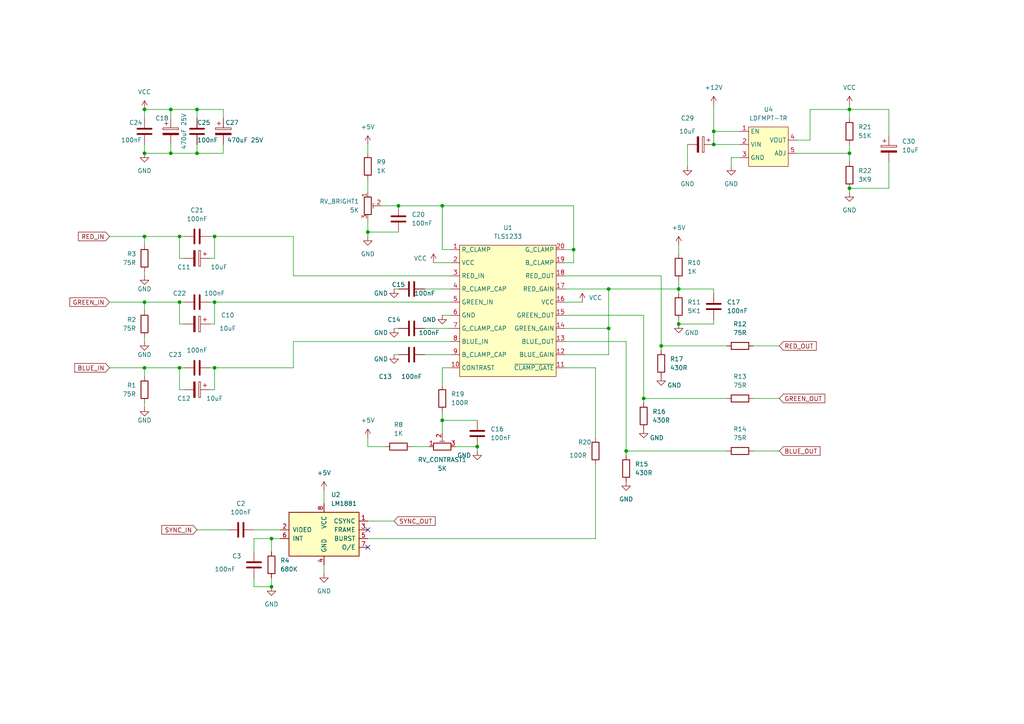
<source format=kicad_sch>
(kicad_sch (version 20211123) (generator eeschema)
  (paper "A4")
  (title_block (title "Jammacon") (date "2022-02-24") (rev "2.2") (company "Shane Kiely"))
  (lib_symbols
    (symbol "Amplifier_Video:TLS1233"
      (property "Reference" "U" (at 7.62 -20.32 0))
      (property "Value" "TLS1233" (at 7.62 8.89 0))
      (symbol "TLS1233_0_1"
        (rectangle (start -5.08 7.62) (end 22.86 -30.48) (fill (type background)))
      )
      (symbol "TLS1233_1_1"
        (pin input line (at -7.62 6.35 0) (length 2.54) (name "R_CLAMP") (number "1"))
        (pin input line (at -7.62 -27.94 0) (length 2.54) (name "CONTRAST") (number "10"))
        (pin input line (at 25.4 -27.94 180) (length 2.54) (name "~{CLAMP_GATE}") (number "11"))
        (pin input line (at 25.4 -24.13 180) (length 2.54) (name "BLUE_GAIN") (number "12"))
        (pin output line (at 25.4 -20.32 180) (length 2.54) (name "BLUE_OUT") (number "13"))
        (pin input line (at 25.4 -16.51 180) (length 2.54) (name "GREEN_GAIN") (number "14"))
        (pin output line (at 25.4 -12.7 180) (length 2.54) (name "GREEN_OUT") (number "15"))
        (pin power_in line (at 25.4 -8.89 180) (length 2.54) (name "VCC") (number "16"))
        (pin input line (at 25.4 -5.08 180) (length 2.54) (name "RED_GAIN") (number "17"))
        (pin output line (at 25.4 -1.27 180) (length 2.54) (name "RED_OUT") (number "18"))
        (pin input line (at 25.4 2.54 180) (length 2.54) (name "B_CLAMP") (number "19"))
        (pin power_in line (at -7.62 2.54 0) (length 2.54) (name "VCC") (number "2"))
        (pin input line (at 25.4 6.35 180) (length 2.54) (name "G_CLAMP") (number "20"))
        (pin input line (at -7.62 -1.27 0) (length 2.54) (name "RED_IN") (number "3"))
        (pin input line (at -7.62 -5.08 0) (length 2.54) (name "R_CLAMP_CAP") (number "4"))
        (pin input line (at -7.62 -8.89 0) (length 2.54) (name "GREEN_IN") (number "5"))
        (pin power_in line (at -7.62 -12.7 0) (length 2.54) (name "GND") (number "6"))
        (pin input line (at -7.62 -16.51 0) (length 2.54) (name "G_CLAMP_CAP") (number "7"))
        (pin input line (at -7.62 -20.32 0) (length 2.54) (name "BLUE_IN") (number "8"))
        (pin input line (at -7.62 -24.13 0) (length 2.54) (name "B_CLAMP_CAP") (number "9"))
      )
    )
    (symbol "Device:C" (pin_numbers hide) (pin_names (offset 0.254))
      (property "Reference" "C" (at 0.635 2.54 0))
      (property "Value" "C" (at 0.635 -2.54 0))
      (symbol "C_0_1"
        (polyline (pts (xy -2.032 -0.762) (xy 2.032 -0.762)) (stroke (width 0.508)))
        (polyline (pts (xy -2.032 0.762) (xy 2.032 0.762)) (stroke (width 0.508)))
      )
      (symbol "C_1_1"
        (pin passive line (at 0 3.81 270) (length 2.794) (name "~") (number "1"))
        (pin passive line (at 0 -3.81 90) (length 2.794) (name "~") (number "2"))
      )
    )
    (symbol "Device:C_Polarized" (pin_numbers hide) (pin_names (offset 0.254))
      (property "Reference" "C" (at 0.635 2.54 0))
      (property "Value" "C_Polarized" (at 0.635 -2.54 0))
      (symbol "C_Polarized_0_1"
        (rectangle (start -2.286 0.508) (end 2.286 1.016))
        (polyline (pts (xy -1.778 2.286) (xy -0.762 2.286)))
        (polyline (pts (xy -1.27 2.794) (xy -1.27 1.778)))
        (rectangle (start 2.286 -0.508) (end -2.286 -1.016) (fill (type outline)))
      )
      (symbol "C_Polarized_1_1"
        (pin passive line (at 0 3.81 270) (length 2.794) (name "~") (number "1"))
        (pin passive line (at 0 -3.81 90) (length 2.794) (name "~") (number "2"))
      )
    )
    (symbol "Device:R" (pin_numbers hide) (pin_names (offset 0))
      (property "Reference" "R" (at 2.032 0 90))
      (property "Value" "R" (at 0 0 90))
      (symbol "R_0_1"
        (rectangle (start -1.016 -2.54) (end 1.016 2.54) (stroke (width 0.254)))
      )
      (symbol "R_1_1"
        (pin passive line (at 0 3.81 270) (length 1.27) (name "~") (number "1"))
        (pin passive line (at 0 -3.81 90) (length 1.27) (name "~") (number "2"))
      )
    )
    (symbol "Device:R_Potentiometer_Trim" (pin_names (offset 1.016) hide)
      (property "Reference" "RV" (at -4.445 0 90))
      (property "Value" "R_Potentiometer_Trim" (at -2.54 0 90))
      (symbol "R_Potentiometer_Trim_0_1"
        (polyline (pts (xy 1.524 0.762) (xy 1.524 -0.762)))
        (polyline (pts (xy 2.54 0) (xy 1.524 0)))
        (rectangle (start 1.016 2.54) (end -1.016 -2.54) (stroke (width 0.254)))
      )
      (symbol "R_Potentiometer_Trim_1_1"
        (pin passive line (at 0 3.81 270) (length 1.27) (name "1") (number "1"))
        (pin passive line (at 3.81 0 180) (length 1.27) (name "2") (number "2"))
        (pin passive line (at 0 -3.81 90) (length 1.27) (name "3") (number "3"))
      )
    )
    (symbol "Regulator_Linear:LDFMPT-TR"
      (property "Reference" "U" (at -1.27 -11.43 0))
      (property "Value" "LDFMPT-TR" (at 0 2.54 0))
      (symbol "LDFMPT-TR_0_1"
        (rectangle (start -6.35 1.27) (end 5.08 -10.16) (fill (type background)))
      )
      (symbol "LDFMPT-TR_1_1"
        (pin input line (at -8.89 0 0) (length 2.54) (name "EN") (number "1"))
        (pin power_in line (at -8.89 -3.81 0) (length 2.54) (name "VIN") (number "2"))
        (pin power_in line (at -8.89 -7.62 0) (length 2.54) (name "GND") (number "3"))
        (pin power_out line (at 7.62 -2.54 180) (length 2.54) (name "VOUT") (number "4"))
        (pin input line (at 7.62 -6.35 180) (length 2.54) (name "ADJ") (number "5"))
      )
    )
    (symbol "Video:LM1881" (pin_names (offset 1.016))
      (property "Reference" "U" (at -8.89 8.89 0))
      (property "Value" "LM1881" (at 6.35 8.89 0))
      (symbol "LM1881_0_1"
        (rectangle (start -10.16 7.62) (end 10.16 -5.08) (stroke (width 0.254)) (fill (type background)))
      )
      (symbol "LM1881_1_1"
        (pin output line (at 12.7 5.08 180) (length 2.54) (name "CSYNC") (number "1"))
        (pin input line (at -12.7 2.54 0) (length 2.54) (name "VIDEO") (number "2"))
        (pin output line (at 12.7 2.54 180) (length 2.54) (name "FRAME") (number "3"))
        (pin power_in line (at 0 -7.62 90) (length 2.54) (name "GND") (number "4"))
        (pin output line (at 12.7 0 180) (length 2.54) (name "BURST") (number "5"))
        (pin input line (at -12.7 0 0) (length 2.54) (name "INT") (number "6"))
        (pin output line (at 12.7 -2.54 180) (length 2.54) (name "O/E") (number "7"))
        (pin power_in line (at 0 10.16 270) (length 2.54) (name "VCC") (number "8"))
      )
    )
    (symbol "power:+12V" (power) (pin_names (offset 0))
      (property "Value" "+12V" (at 0 3.556 0))
      (symbol "+12V_0_1"
        (polyline (pts (xy -0.762 1.27) (xy 0 2.54)))
        (polyline (pts (xy 0 0) (xy 0 2.54)))
        (polyline (pts (xy 0 2.54) (xy 0.762 1.27)))
      )
      (symbol "+12V_1_1"
        (pin power_in line (at 0 0 90) (length 0) hide (name "+12V") (number "1"))
      )
    )
    (symbol "power:+5V" (power) (pin_names (offset 0))
      (property "Value" "+5V" (at 0 3.556 0))
      (symbol "+5V_0_1"
        (polyline (pts (xy -0.762 1.27) (xy 0 2.54)))
        (polyline (pts (xy 0 0) (xy 0 2.54)))
        (polyline (pts (xy 0 2.54) (xy 0.762 1.27)))
      )
      (symbol "+5V_1_1"
        (pin power_in line (at 0 0 90) (length 0) hide (name "+5V") (number "1"))
      )
    )
    (symbol "power:GND" (power) (pin_names (offset 0))
      (property "Value" "GND" (at 0 -3.81 0))
      (symbol "GND_0_1"
        (polyline (pts (xy 0 0) (xy 0 -1.27) (xy 1.27 -1.27) (xy 0 -2.54) (xy -1.27 -1.27) (xy 0 -1.27)))
      )
      (symbol "GND_1_1"
        (pin power_in line (at 0 0 270) (length 0) hide (name "GND") (number "1"))
      )
    )
    (symbol "power:VCC" (power) (pin_names (offset 0))
      (property "Value" "VCC" (at 0 3.81 0))
      (symbol "VCC_0_1"
        (polyline (pts (xy -0.762 1.27) (xy 0 2.54)))
        (polyline (pts (xy 0 0) (xy 0 2.54)))
        (polyline (pts (xy 0 2.54) (xy 0.762 1.27)))
      )
      (symbol "VCC_1_1"
        (pin power_in line (at 0 0 90) (length 0) hide (name "VCC") (number "1"))
      )
    )
  )
  (junction (at 78.74 156.21))
  (junction (at 62.23 106.68))
  (junction (at 62.23 68.58))
  (junction (at 52.07 68.58))
  (junction (at 49.53 44.45))
  (junction (at 246.38 44.45))
  (junction (at 181.61 130.81))
  (junction (at 115.57 59.69))
  (junction (at 196.85 83.82))
  (junction (at 186.69 115.57))
  (junction (at 207.01 41.91))
  (junction (at 246.38 31.75))
  (junction (at 41.91 44.45))
  (junction (at 191.77 100.33))
  (junction (at 106.68 67.31))
  (junction (at 57.15 44.45))
  (junction (at 176.53 83.82))
  (junction (at 41.91 31.75))
  (junction (at 128.27 121.92))
  (junction (at 196.85 93.98))
  (junction (at 41.91 106.68))
  (junction (at 57.15 31.75))
  (junction (at 128.27 59.69))
  (junction (at 78.74 170.18))
  (junction (at 138.43 129.54))
  (junction (at 246.38 54.61))
  (junction (at 166.37 72.39))
  (junction (at 41.91 68.58))
  (junction (at 52.07 87.63))
  (junction (at 176.53 95.25))
  (junction (at 41.91 87.63))
  (junction (at 62.23 87.63))
  (junction (at 49.53 31.75))
  (junction (at 52.07 106.68))
  (junction (at 207.01 38.1))
  (no_connect (at 106.68 158.75))
  (no_connect (at 106.68 153.67))
  (wire (pts (xy 62.23 87.63) (xy 130.81 87.63)))
  (wire (pts (xy 78.74 170.18) (xy 73.66 170.18)))
  (wire (pts (xy 191.77 80.01) (xy 191.77 100.33)))
  (wire (pts (xy 57.15 41.91) (xy 57.15 44.45)))
  (wire (pts (xy 128.27 121.92) (xy 128.27 125.73)))
  (wire (pts (xy 196.85 92.71) (xy 196.85 93.98)))
  (wire (pts (xy 218.44 130.81) (xy 226.06 130.81)))
  (wire (pts (xy 214.63 41.91) (xy 207.01 41.91)))
  (wire (pts (xy 85.09 80.01) (xy 85.09 68.58)))
  (wire (pts (xy 191.77 101.6) (xy 191.77 100.33)))
  (wire (pts (xy 31.75 68.58) (xy 41.91 68.58)))
  (wire (pts (xy 234.95 31.75) (xy 246.38 31.75)))
  (wire (pts (xy 166.37 72.39) (xy 166.37 76.2)))
  (wire (pts (xy 125.73 76.2) (xy 130.81 76.2)))
  (wire (pts (xy 106.68 127) (xy 106.68 129.54)))
  (wire (pts (xy 53.34 113.03) (xy 52.07 113.03)))
  (wire (pts (xy 181.61 99.06) (xy 181.61 130.81)))
  (wire (pts (xy 128.27 59.69) (xy 166.37 59.69)))
  (wire (pts (xy 49.53 41.91) (xy 49.53 44.45)))
  (wire (pts (xy 138.43 129.54) (xy 138.43 130.81)))
  (wire (pts (xy 246.38 54.61) (xy 246.38 55.88)))
  (wire (pts (xy 132.08 129.54) (xy 138.43 129.54)))
  (wire (pts (xy 106.68 67.31) (xy 106.68 68.58)))
  (wire (pts (xy 106.68 151.13) (xy 114.3 151.13)))
  (wire (pts (xy 163.83 95.25) (xy 176.53 95.25)))
  (wire (pts (xy 123.19 83.82) (xy 130.81 83.82)))
  (wire (pts (xy 49.53 44.45) (xy 57.15 44.45)))
  (wire (pts (xy 257.81 31.75) (xy 246.38 31.75)))
  (wire (pts (xy 246.38 44.45) (xy 246.38 46.99)))
  (wire (pts (xy 78.74 156.21) (xy 78.74 160.02)))
  (wire (pts (xy 163.83 72.39) (xy 166.37 72.39)))
  (wire (pts (xy 186.69 91.44) (xy 186.69 115.57)))
  (wire (pts (xy 78.74 167.64) (xy 78.74 170.18)))
  (wire (pts (xy 218.44 100.33) (xy 226.06 100.33)))
  (wire (pts (xy 163.83 76.2) (xy 166.37 76.2)))
  (wire (pts (xy 62.23 68.58) (xy 85.09 68.58)))
  (wire (pts (xy 212.09 45.72) (xy 212.09 48.26)))
  (wire (pts (xy 93.98 163.83) (xy 93.98 166.37)))
  (wire (pts (xy 186.69 115.57) (xy 210.82 115.57)))
  (wire (pts (xy 130.81 72.39) (xy 128.27 72.39)))
  (wire (pts (xy 257.81 54.61) (xy 257.81 46.99)))
  (wire (pts (xy 231.14 44.45) (xy 246.38 44.45)))
  (wire (pts (xy 115.57 59.69) (xy 128.27 59.69)))
  (wire (pts (xy 128.27 72.39) (xy 128.27 59.69)))
  (wire (pts (xy 130.81 106.68) (xy 128.27 106.68)))
  (wire (pts (xy 41.91 68.58) (xy 41.91 71.12)))
  (wire (pts (xy 111.76 129.54) (xy 106.68 129.54)))
  (wire (pts (xy 186.69 115.57) (xy 186.69 116.84)))
  (wire (pts (xy 130.81 80.01) (xy 85.09 80.01)))
  (wire (pts (xy 60.96 106.68) (xy 62.23 106.68)))
  (wire (pts (xy 106.68 52.07) (xy 106.68 55.88)))
  (wire (pts (xy 62.23 113.03) (xy 62.23 106.68)))
  (wire (pts (xy 64.77 31.75) (xy 64.77 34.29)))
  (wire (pts (xy 81.28 156.21) (xy 78.74 156.21)))
  (wire (pts (xy 114.3 83.82) (xy 115.57 83.82)))
  (wire (pts (xy 52.07 74.93) (xy 52.07 68.58)))
  (wire (pts (xy 128.27 119.38) (xy 128.27 121.92)))
  (wire (pts (xy 214.63 45.72) (xy 212.09 45.72)))
  (wire (pts (xy 191.77 100.33) (xy 210.82 100.33)))
  (wire (pts (xy 130.81 99.06) (xy 85.09 99.06)))
  (wire (pts (xy 163.83 87.63) (xy 168.91 87.63)))
  (wire (pts (xy 172.72 134.62) (xy 172.72 156.21)))
  (wire (pts (xy 163.83 102.87) (xy 176.53 102.87)))
  (wire (pts (xy 176.53 95.25) (xy 176.53 83.82)))
  (wire (pts (xy 106.68 41.91) (xy 106.68 44.45)))
  (wire (pts (xy 128.27 91.44) (xy 130.81 91.44)))
  (wire (pts (xy 93.98 142.24) (xy 93.98 146.05)))
  (wire (pts (xy 257.81 39.37) (xy 257.81 31.75)))
  (wire (pts (xy 62.23 93.98) (xy 62.23 87.63)))
  (wire (pts (xy 52.07 113.03) (xy 52.07 106.68)))
  (wire (pts (xy 41.91 78.74) (xy 41.91 80.01)))
  (wire (pts (xy 110.49 59.69) (xy 115.57 59.69)))
  (wire (pts (xy 62.23 74.93) (xy 62.23 68.58)))
  (wire (pts (xy 199.39 41.91) (xy 199.39 48.26)))
  (wire (pts (xy 73.66 156.21) (xy 73.66 160.02)))
  (wire (pts (xy 49.53 31.75) (xy 57.15 31.75)))
  (wire (pts (xy 41.91 116.84) (xy 41.91 118.11)))
  (wire (pts (xy 246.38 31.75) (xy 246.38 34.29)))
  (wire (pts (xy 166.37 59.69) (xy 166.37 72.39)))
  (wire (pts (xy 53.34 74.93) (xy 52.07 74.93)))
  (wire (pts (xy 106.68 63.5) (xy 106.68 67.31)))
  (wire (pts (xy 52.07 68.58) (xy 53.34 68.58)))
  (wire (pts (xy 41.91 109.22) (xy 41.91 106.68)))
  (wire (pts (xy 196.85 83.82) (xy 196.85 85.09)))
  (wire (pts (xy 41.91 41.91) (xy 41.91 44.45)))
  (wire (pts (xy 176.53 83.82) (xy 196.85 83.82)))
  (wire (pts (xy 106.68 67.31) (xy 115.57 67.31)))
  (wire (pts (xy 62.23 106.68) (xy 85.09 106.68)))
  (wire (pts (xy 218.44 115.57) (xy 226.06 115.57)))
  (wire (pts (xy 181.61 130.81) (xy 210.82 130.81)))
  (wire (pts (xy 181.61 130.81) (xy 181.61 132.08)))
  (wire (pts (xy 114.3 95.25) (xy 115.57 95.25)))
  (wire (pts (xy 106.68 156.21) (xy 172.72 156.21)))
  (wire (pts (xy 41.91 44.45) (xy 49.53 44.45)))
  (wire (pts (xy 207.01 30.48) (xy 207.01 38.1)))
  (wire (pts (xy 119.38 129.54) (xy 124.46 129.54)))
  (wire (pts (xy 196.85 81.28) (xy 196.85 83.82)))
  (wire (pts (xy 52.07 106.68) (xy 53.34 106.68)))
  (wire (pts (xy 31.75 106.68) (xy 41.91 106.68)))
  (wire (pts (xy 60.96 87.63) (xy 62.23 87.63)))
  (wire (pts (xy 128.27 106.68) (xy 128.27 111.76)))
  (wire (pts (xy 41.91 31.75) (xy 49.53 31.75)))
  (wire (pts (xy 49.53 31.75) (xy 49.53 34.29)))
  (wire (pts (xy 172.72 106.68) (xy 172.72 127)))
  (wire (pts (xy 73.66 167.64) (xy 73.66 170.18)))
  (wire (pts (xy 73.66 153.67) (xy 81.28 153.67)))
  (wire (pts (xy 41.91 90.17) (xy 41.91 87.63)))
  (wire (pts (xy 57.15 31.75) (xy 64.77 31.75)))
  (wire (pts (xy 114.3 102.87) (xy 115.57 102.87)))
  (wire (pts (xy 64.77 44.45) (xy 64.77 41.91)))
  (wire (pts (xy 60.96 113.03) (xy 62.23 113.03)))
  (wire (pts (xy 246.38 30.48) (xy 246.38 31.75)))
  (wire (pts (xy 41.91 106.68) (xy 52.07 106.68)))
  (wire (pts (xy 207.01 85.09) (xy 207.01 83.82)))
  (wire (pts (xy 123.19 102.87) (xy 130.81 102.87)))
  (wire (pts (xy 52.07 93.98) (xy 52.07 87.63)))
  (wire (pts (xy 163.83 83.82) (xy 176.53 83.82)))
  (wire (pts (xy 60.96 74.93) (xy 62.23 74.93)))
  (wire (pts (xy 78.74 156.21) (xy 73.66 156.21)))
  (wire (pts (xy 53.34 93.98) (xy 52.07 93.98)))
  (wire (pts (xy 207.01 38.1) (xy 214.63 38.1)))
  (wire (pts (xy 234.95 40.64) (xy 234.95 31.75)))
  (wire (pts (xy 163.83 106.68) (xy 172.72 106.68)))
  (wire (pts (xy 41.91 97.79) (xy 41.91 99.06)))
  (wire (pts (xy 123.19 95.25) (xy 130.81 95.25)))
  (wire (pts (xy 57.15 31.75) (xy 57.15 34.29)))
  (wire (pts (xy 196.85 93.98) (xy 207.01 93.98)))
  (wire (pts (xy 196.85 71.12) (xy 196.85 73.66)))
  (wire (pts (xy 41.91 87.63) (xy 52.07 87.63)))
  (wire (pts (xy 246.38 41.91) (xy 246.38 44.45)))
  (wire (pts (xy 41.91 34.29) (xy 41.91 31.75)))
  (wire (pts (xy 231.14 40.64) (xy 234.95 40.64)))
  (wire (pts (xy 60.96 68.58) (xy 62.23 68.58)))
  (wire (pts (xy 246.38 54.61) (xy 257.81 54.61)))
  (wire (pts (xy 128.27 121.92) (xy 138.43 121.92)))
  (wire (pts (xy 207.01 38.1) (xy 207.01 41.91)))
  (wire (pts (xy 163.83 99.06) (xy 181.61 99.06)))
  (wire (pts (xy 57.15 153.67) (xy 66.04 153.67)))
  (wire (pts (xy 163.83 91.44) (xy 186.69 91.44)))
  (wire (pts (xy 57.15 44.45) (xy 64.77 44.45)))
  (wire (pts (xy 85.09 99.06) (xy 85.09 106.68)))
  (wire (pts (xy 60.96 93.98) (xy 62.23 93.98)))
  (wire (pts (xy 207.01 83.82) (xy 196.85 83.82)))
  (wire (pts (xy 207.01 92.71) (xy 207.01 93.98)))
  (wire (pts (xy 163.83 80.01) (xy 191.77 80.01)))
  (wire (pts (xy 176.53 102.87) (xy 176.53 95.25)))
  (wire (pts (xy 31.75 87.63) (xy 41.91 87.63)))
  (wire (pts (xy 41.91 68.58) (xy 52.07 68.58)))
  (wire (pts (xy 52.07 87.63) (xy 53.34 87.63)))
  (global_label "GREEN_IN" (shape input) (at 31.75 87.63 180) (property "Intersheet References" "${INTERSHEET_REFS}" (effects hide)))
  (global_label "SYNC_IN" (shape input) (at 57.15 153.67 180) (property "Intersheet References" "${INTERSHEET_REFS}" (effects hide)))
  (global_label "RED_IN" (shape input) (at 31.75 68.58 180) (property "Intersheet References" "${INTERSHEET_REFS}" (effects hide)))
  (global_label "RED_OUT" (shape input) (at 226.06 100.33 0) (property "Intersheet References" "${INTERSHEET_REFS}" (effects hide)))
  (global_label "SYNC_OUT" (shape input) (at 114.3 151.13 0) (property "Intersheet References" "${INTERSHEET_REFS}" (effects hide)))
  (global_label "GREEN_OUT" (shape input) (at 226.06 115.57 0) (property "Intersheet References" "${INTERSHEET_REFS}" (effects hide)))
  (global_label "BLUE_IN" (shape input) (at 31.75 106.68 180) (property "Intersheet References" "${INTERSHEET_REFS}" (effects hide)))
  (global_label "BLUE_OUT" (shape input) (at 226.06 130.81 0) (property "Intersheet References" "${INTERSHEET_REFS}" (effects hide)))
  (symbol (lib_id "Device:R") (at 196.85 77.47 0) (unit 1)
    (property "Reference" "R10" (at 199.39 76.1999 0) (effects (justify left)))
    (property "Value" "1K" (at 199.39 78.7399 0) (effects (justify left)))
  )
  (symbol (lib_id "Device:C") (at 207.01 88.9 180) (unit 1)
    (property "Reference" "C17" (at 210.82 87.6299 0) (effects (justify right)))
    (property "Value" "100nF" (at 210.82 90.1699 0) (effects (justify right)))
  )
  (symbol (lib_id "power:GND") (at 191.77 109.22 0) (unit 1)
    (property "Reference" "#PWR0129" (effects hide))
    (property "Value" "GND" (at 195.58 111.76 0))
  )
  (symbol (lib_id "Device:R_Potentiometer_Trim") (at 106.68 59.69 0) (unit 1)
    (property "Reference" "RV_BRIGHT1" (at 104.14 58.4199 0) (effects (justify right)))
    (property "Value" "5K" (at 104.14 60.9599 0) (effects (justify right)))
  )
  (symbol (lib_id "Device:C") (at 119.38 102.87 90) (unit 1)
    (property "Reference" "C13" (at 111.76 109.22 90))
    (property "Value" "100nF" (at 119.38 109.22 90))
  )
  (symbol (lib_id "Device:R") (at 41.91 113.03 0) (unit 1)
    (property "Reference" "R1" (at 36.83 111.76 0) (effects (justify left)))
    (property "Value" "75R" (at 35.56 114.3 0) (effects (justify left)))
  )
  (symbol (lib_id "Device:R") (at 78.74 163.83 0) (unit 1)
    (property "Reference" "R4" (at 81.28 162.5599 0) (effects (justify left)))
    (property "Value" "680K" (at 81.28 165.0999 0) (effects (justify left)))
  )
  (symbol (lib_id "power:GND") (at 128.27 91.44 0) (unit 1)
    (property "Reference" "#PWR0110" (effects hide))
    (property "Value" "GND" (at 124.46 92.71 0))
  )
  (symbol (lib_id "power:GND") (at 199.39 48.26 0) (unit 1)
    (property "Reference" "#PWR0124" (effects hide))
    (property "Value" "GND" (at 199.39 53.34 0))
  )
  (symbol (lib_id "Device:C") (at 41.91 38.1 180) (unit 1)
    (property "Reference" "C24" (at 39.37 35.56 0))
    (property "Value" "100nF" (at 38.1 40.64 0))
  )
  (symbol (lib_id "power:GND") (at 93.98 166.37 0) (unit 1)
    (property "Reference" "#PWR0118" (effects hide))
    (property "Value" "GND" (at 93.98 171.45 0))
  )
  (symbol (lib_id "Device:C_Polarized") (at 257.81 43.18 0) (unit 1)
    (property "Reference" "C30" (at 261.62 41.0209 0) (effects (justify left)))
    (property "Value" "10uF" (at 261.62 43.5609 0) (effects (justify left)))
  )
  (symbol (lib_id "Device:R") (at 246.38 50.8 0) (unit 1)
    (property "Reference" "R22" (at 248.92 49.5299 0) (effects (justify left)))
    (property "Value" "3K9" (at 248.92 52.0699 0) (effects (justify left)))
  )
  (symbol (lib_id "power:+5V") (at 106.68 127 0) (unit 1)
    (property "Reference" "#PWR0126" (effects hide))
    (property "Value" "+5V" (at 106.68 121.92 0))
  )
  (symbol (lib_id "Device:C_Polarized") (at 203.2 41.91 270) (unit 1)
    (property "Reference" "C29" (at 199.39 34.29 90))
    (property "Value" "10uF" (at 199.39 38.1 90))
  )
  (symbol (lib_id "Device:C_Polarized") (at 49.53 38.1 0) (unit 1)
    (property "Reference" "C18" (at 46.99 34.29 0))
    (property "Value" "470uF 25V" (at 53.34 38.1 90))
  )
  (symbol (lib_id "power:GND") (at 138.43 130.81 0) (unit 1)
    (property "Reference" "#PWR0125" (effects hide))
    (property "Value" "GND" (at 134.62 132.08 0))
  )
  (symbol (lib_id "power:GND") (at 212.09 48.26 0) (unit 1)
    (property "Reference" "#PWR0135" (effects hide))
    (property "Value" "GND" (at 212.09 53.34 0))
  )
  (symbol (lib_id "Device:C_Polarized") (at 57.15 74.93 270) (unit 1)
    (property "Reference" "C11" (at 53.34 77.47 90))
    (property "Value" "10uF" (at 63.5 77.47 90))
  )
  (symbol (lib_id "power:+5V") (at 106.68 41.91 0) (unit 1)
    (property "Reference" "#PWR0122" (effects hide))
    (property "Value" "+5V" (at 106.68 36.83 0))
  )
  (symbol (lib_id "Device:C") (at 69.85 153.67 90) (unit 1)
    (property "Reference" "C2" (at 69.85 146.05 90))
    (property "Value" "100nF" (at 69.85 148.59 90))
  )
  (symbol (lib_id "Regulator_Linear:LDFMPT-TR") (at 223.52 38.1 0) (unit 1)
    (property "Reference" "U4" (at 222.885 31.75 0))
    (property "Value" "LDFMPT-TR" (at 222.885 34.29 0))
  )
  (symbol (lib_id "Device:R") (at 186.69 120.65 0) (unit 1)
    (property "Reference" "R16" (at 189.23 119.3799 0) (effects (justify left)))
    (property "Value" "430R" (at 189.23 121.9199 0) (effects (justify left)))
  )
  (symbol (lib_id "power:GND") (at 78.74 170.18 0) (unit 1)
    (property "Reference" "#PWR0119" (effects hide))
    (property "Value" "GND" (at 78.74 175.26 0))
  )
  (symbol (lib_id "power:GND") (at 181.61 139.7 0) (unit 1)
    (property "Reference" "#PWR0128" (effects hide))
    (property "Value" "GND" (at 181.61 144.78 0))
  )
  (symbol (lib_id "Device:R") (at 191.77 105.41 0) (unit 1)
    (property "Reference" "R17" (at 194.31 104.1399 0) (effects (justify left)))
    (property "Value" "430R" (at 194.31 106.6799 0) (effects (justify left)))
  )
  (symbol (lib_id "Device:R") (at 106.68 48.26 0) (unit 1)
    (property "Reference" "R9" (at 109.22 46.9899 0) (effects (justify left)))
    (property "Value" "1K" (at 109.22 49.5299 0) (effects (justify left)))
  )
  (symbol (lib_id "power:GND") (at 196.85 93.98 0) (unit 1)
    (property "Reference" "#PWR0131" (effects hide))
    (property "Value" "GND" (at 200.66 96.52 0))
  )
  (symbol (lib_id "Device:C") (at 119.38 83.82 90) (unit 1)
    (property "Reference" "C15" (at 115.57 82.55 90))
    (property "Value" "100nF" (at 123.19 85.09 90))
  )
  (symbol (lib_id "power:GND") (at 41.91 118.11 0) (unit 1)
    (property "Reference" "#PWR0109" (effects hide))
    (property "Value" "GND" (at 41.91 121.92 0))
  )
  (symbol (lib_id "Device:C_Polarized") (at 64.77 38.1 0) (unit 1)
    (property "Reference" "C27" (at 67.31 35.56 0))
    (property "Value" "470uF 25V" (at 71.12 40.64 0))
  )
  (symbol (lib_id "power:GND") (at 106.68 68.58 0) (unit 1)
    (property "Reference" "#PWR0115" (effects hide))
    (property "Value" "GND" (at 106.68 73.66 0))
  )
  (symbol (lib_id "Device:C") (at 119.38 95.25 90) (unit 1)
    (property "Reference" "C14" (at 114.3 92.71 90))
    (property "Value" "100nF" (at 124.46 96.52 90))
  )
  (symbol (lib_id "power:GND") (at 186.69 124.46 0) (unit 1)
    (property "Reference" "#PWR0130" (effects hide))
    (property "Value" "GND" (at 190.5 127 0))
  )
  (symbol (lib_id "Device:R") (at 214.63 100.33 90) (unit 1)
    (property "Reference" "R12" (at 214.63 93.98 90))
    (property "Value" "75R" (at 214.63 96.52 90))
  )
  (symbol (lib_id "Device:C") (at 57.15 106.68 90) (unit 1)
    (property "Reference" "C23" (at 50.8 102.87 90))
    (property "Value" "100nF" (at 57.15 101.6 90))
  )
  (symbol (lib_id "Device:R") (at 181.61 135.89 0) (unit 1)
    (property "Reference" "R15" (at 184.15 134.6199 0) (effects (justify left)))
    (property "Value" "430R" (at 184.15 137.1599 0) (effects (justify left)))
  )
  (symbol (lib_id "power:+12V") (at 207.01 30.48 0) (unit 1)
    (property "Reference" "#PWR0133" (effects hide))
    (property "Value" "+12V" (at 207.01 25.4 0))
  )
  (symbol (lib_id "Device:R") (at 41.91 74.93 0) (unit 1)
    (property "Reference" "R3" (at 36.83 73.66 0) (effects (justify left)))
    (property "Value" "75R" (at 35.56 76.2 0) (effects (justify left)))
  )
  (symbol (lib_id "power:VCC") (at 246.38 30.48 0) (unit 1)
    (property "Reference" "#PWR0134" (effects hide))
    (property "Value" "VCC" (at 246.38 25.4 0))
  )
  (symbol (lib_id "Device:C") (at 57.15 68.58 90) (unit 1)
    (property "Reference" "C21" (at 57.15 60.96 90))
    (property "Value" "100nF" (at 57.15 63.5 90))
  )
  (symbol (lib_id "Device:R") (at 196.85 88.9 0) (unit 1)
    (property "Reference" "R11" (at 199.39 87.6299 0) (effects (justify left)))
    (property "Value" "5K1" (at 199.39 90.1699 0) (effects (justify left)))
  )
  (symbol (lib_id "Device:C") (at 138.43 125.73 0) (unit 1)
    (property "Reference" "C16" (at 142.24 124.4599 0) (effects (justify left)))
    (property "Value" "100nF" (at 142.24 126.9999 0) (effects (justify left)))
  )
  (symbol (lib_id "power:GND") (at 246.38 55.88 0) (unit 1)
    (property "Reference" "#PWR0132" (effects hide))
    (property "Value" "GND" (at 246.38 60.96 0))
  )
  (symbol (lib_id "Device:R_Potentiometer_Trim") (at 128.27 129.54 90) (unit 1)
    (property "Reference" "RV_CONTRAST1" (at 128.27 133.35 90))
    (property "Value" "5K" (at 128.27 135.89 90))
  )
  (symbol (lib_id "Video:LM1881") (at 93.98 156.21 0) (unit 1)
    (property "Reference" "U2" (at 95.9994 143.51 0) (effects (justify left)))
    (property "Value" "LM1881" (at 95.9994 146.05 0) (effects (justify left)))
  )
  (symbol (lib_id "Device:C") (at 57.15 38.1 180) (unit 1)
    (property "Reference" "C25" (at 57.15 35.56 0) (effects (justify right)))
    (property "Value" "100nF" (at 57.15 40.64 0) (effects (justify right)))
  )
  (symbol (lib_id "Device:R") (at 128.27 115.57 0) (unit 1)
    (property "Reference" "R19" (at 130.81 114.2999 0) (effects (justify left)))
    (property "Value" "100R" (at 130.81 116.8399 0) (effects (justify left)))
  )
  (symbol (lib_id "Device:R") (at 246.38 38.1 0) (unit 1)
    (property "Reference" "R21" (at 248.92 36.8299 0) (effects (justify left)))
    (property "Value" "51K" (at 248.92 39.3699 0) (effects (justify left)))
  )
  (symbol (lib_id "Amplifier_Video:TLS1233") (at 138.43 78.74 0) (unit 1)
    (property "Reference" "U1" (at 147.32 66.04 0))
    (property "Value" "TLS1233" (at 147.32 68.58 0))
    (property "Footprint" "Package_DIP:DIP-20_W7.62mm_LongPads" (effects hide))
    (property "Datasheet" "https://www.ti.com/lit/gpn/tls1233" (effects hide))
  )
  (symbol (lib_id "Device:R") (at 115.57 129.54 90) (unit 1)
    (property "Reference" "R8" (at 115.57 123.19 90))
    (property "Value" "1K" (at 115.57 125.73 90))
  )
  (symbol (lib_id "power:GND") (at 114.3 102.87 0) (unit 1)
    (property "Reference" "#PWR0111" (effects hide))
    (property "Value" "GND" (at 110.49 104.14 0))
  )
  (symbol (lib_id "power:+5V") (at 93.98 142.24 0) (unit 1)
    (property "Reference" "#PWR0117" (effects hide))
    (property "Value" "+5V" (at 93.98 137.16 0))
  )
  (symbol (lib_id "Device:C_Polarized") (at 57.15 93.98 270) (unit 1)
    (property "Reference" "C10" (at 66.04 91.44 90))
    (property "Value" "10uF" (at 66.04 95.25 90))
  )
  (symbol (lib_id "power:VCC") (at 168.91 87.63 0) (unit 1)
    (property "Reference" "#PWR0127" (effects hide))
    (property "Value" "VCC" (at 172.72 86.36 0))
  )
  (symbol (lib_id "Device:C") (at 73.66 163.83 180) (unit 1)
    (property "Reference" "C3" (at 67.31 161.29 0) (effects (justify right)))
    (property "Value" "100nF" (at 62.23 165.1 0) (effects (justify right)))
  )
  (symbol (lib_id "Device:R") (at 41.91 93.98 0) (unit 1)
    (property "Reference" "R2" (at 36.83 92.71 0) (effects (justify left)))
    (property "Value" "75R" (at 35.56 95.25 0) (effects (justify left)))
  )
  (symbol (lib_id "power:VCC") (at 41.91 31.75 0) (unit 1)
    (property "Reference" "#PWR0120" (effects hide))
    (property "Value" "VCC" (at 41.91 26.67 0))
  )
  (symbol (lib_id "Device:R") (at 214.63 115.57 90) (unit 1)
    (property "Reference" "R13" (at 214.63 109.22 90))
    (property "Value" "75R" (at 214.63 111.76 90))
  )
  (symbol (lib_id "power:GND") (at 41.91 44.45 0) (unit 1)
    (property "Reference" "#PWR0121" (effects hide))
    (property "Value" "GND" (at 41.91 49.53 0))
  )
  (symbol (lib_id "power:GND") (at 114.3 83.82 0) (unit 1)
    (property "Reference" "#PWR0113" (effects hide))
    (property "Value" "GND" (at 110.49 85.09 0))
  )
  (symbol (lib_id "Device:C") (at 57.15 87.63 90) (unit 1)
    (property "Reference" "C22" (at 52.07 85.09 90))
    (property "Value" "100nF" (at 62.23 85.09 90))
  )
  (symbol (lib_id "power:+5V") (at 196.85 71.12 0) (unit 1)
    (property "Reference" "#PWR0123" (effects hide))
    (property "Value" "+5V" (at 196.85 66.04 0))
  )
  (symbol (lib_id "Device:C") (at 115.57 63.5 180) (unit 1)
    (property "Reference" "C20" (at 119.38 62.2299 0) (effects (justify right)))
    (property "Value" "100nF" (at 119.38 64.7699 0) (effects (justify right)))
  )
  (symbol (lib_id "power:GND") (at 41.91 80.01 0) (unit 1)
    (property "Reference" "#PWR0108" (effects hide))
    (property "Value" "GND" (at 41.91 83.82 0))
  )
  (symbol (lib_id "Device:R") (at 172.72 130.81 0) (unit 1)
    (property "Reference" "R20" (at 167.64 128.27 0) (effects (justify left)))
    (property "Value" "100R" (at 165.1 132.08 0) (effects (justify left)))
  )
  (symbol (lib_id "power:VCC") (at 125.73 76.2 0) (unit 1)
    (property "Reference" "#PWR0114" (effects hide))
    (property "Value" "VCC" (at 121.92 74.93 0))
  )
  (symbol (lib_id "power:GND") (at 41.91 99.06 0) (unit 1)
    (property "Reference" "#PWR0116" (effects hide))
    (property "Value" "GND" (at 41.91 102.87 0))
  )
  (symbol (lib_id "power:GND") (at 114.3 95.25 0) (unit 1)
    (property "Reference" "#PWR0112" (effects hide))
    (property "Value" "GND" (at 110.49 96.52 0))
  )
  (symbol (lib_id "Device:C_Polarized") (at 57.15 113.03 270) (unit 1)
    (property "Reference" "C12" (at 53.34 115.57 90))
    (property "Value" "10uF" (at 62.23 115.57 90))
  )
  (symbol (lib_id "Device:R") (at 214.63 130.81 90) (unit 1)
    (property "Reference" "R14" (at 214.63 124.46 90))
    (property "Value" "75R" (at 214.63 127 90))
  )
)
</source>
